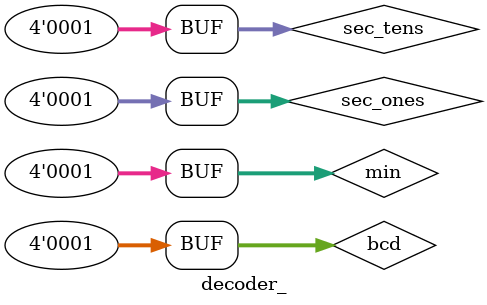
<source format=v>
`timescale 1ns / 1ps

module decoder_;

    reg [3:0]bcd;
    reg [3:0] sec_ones;
    reg [3:0] sec_tens;
    reg [3:0] min;
    wire [6:0] sec_ones_segs;
    wire [6:0] sec_tens_segs;
    wire [6:0] min_segs;
    decoder uut(
        .sec_ones(sec_ones), .sec_tens(sec_tens), .min(min), .sec_ones_segs(sec_ones_segs),
        .sec_tens_segs(sec_tens_segs), .min_segs(min_segs)
    );

    initial begin
        
        $dumpfile("ondas.vcd");  
        $dumpvars(0, decoder_); 
	   sec_ones = bcd;
	   sec_tens = bcd;
	   min = bcd;
        bcd = 0000;
	   
	   sec_ones = bcd;
	   sec_tens = bcd;
	   min = bcd;
	   
        bcd = 0001;
        
        sec_ones = bcd;
	   sec_tens = bcd;
	   min = bcd;
        
        #100;

        bcd = 0001;
        
        sec_ones = bcd;
	   sec_tens = bcd;
	   min = bcd;
        
        #100;

        bcd = 0010;
        
        sec_ones = bcd;
	   sec_tens = bcd;
	   min = bcd;
        
        #100;

        bcd = 0001;
        
        sec_ones = bcd;
	   sec_tens = bcd;
	   min = bcd;
        
        #100;

        bcd = 0100;
        
        sec_ones = bcd;
	   sec_tens = bcd;
	   min = bcd;
        
        #100;

        bcd = 0001;
        
        sec_ones = bcd;
	   sec_tens = bcd;
	   min = bcd;
        
        #100;

        bcd = 1000;
        
        sec_ones = bcd;
	   sec_tens = bcd;
	   min = bcd;
        
        #100;

        bcd = 0001;
        
        sec_ones = bcd;
	   sec_tens = bcd;
	   min = bcd;
        
        #100;

        bcd = 1001;
        
        sec_ones = bcd;
	   sec_tens = bcd;
	   min = bcd;
        
        #100;

        bcd = 0001;
        
        sec_ones = bcd;
	   sec_tens = bcd;
	   min = bcd;
        
        #100;

        bcd = 0110;
        
        sec_ones = bcd;
	   sec_tens = bcd;
	   min = bcd;
        
        #100;

        bcd = 0001;
        
        sec_ones = bcd;
	   sec_tens = bcd;
	   min = bcd;
        
        #100;

        bcd = 0101;
        
        sec_ones = bcd;
	   sec_tens = bcd;
	   min = bcd;
        
        #100;

        bcd = 0001;
        
        sec_ones = bcd;
	   sec_tens = bcd;
	   min = bcd;
        
        #100;

        bcd = 1010;
        
        sec_ones = bcd;
	   sec_tens = bcd;
	   min = bcd;
        
        #100;

        bcd = 0001;
        
        sec_ones = bcd;
	   sec_tens = bcd;
	   min = bcd;
        
        #100;

    end

endmodule

</source>
